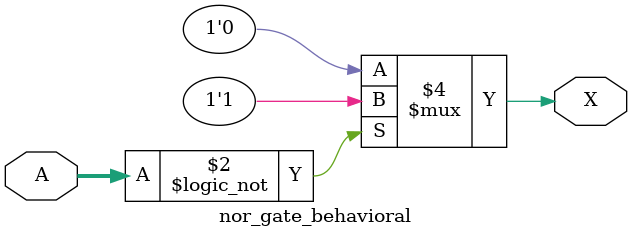
<source format=v>
module nor_gate_behavioral (A, X);

  input [2:0] A;
  output X;
  reg X;

  always @(A)
  begin
    if (A == 3'b000)
      X = 1;
    else
      X = 0;
  end

endmodule

</source>
